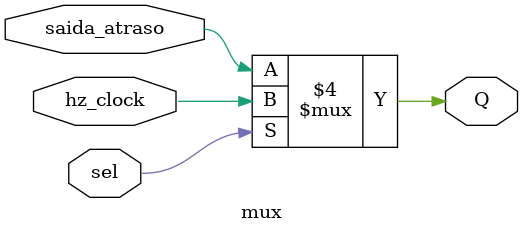
<source format=v>
module mux(input wire sel, saida_atraso, hz_clock,
                output reg Q);

    always@*
    if(sel == 0)
        begin
            Q = saida_atraso;
        end
    else
        Q = hz_clock;
endmodule

</source>
